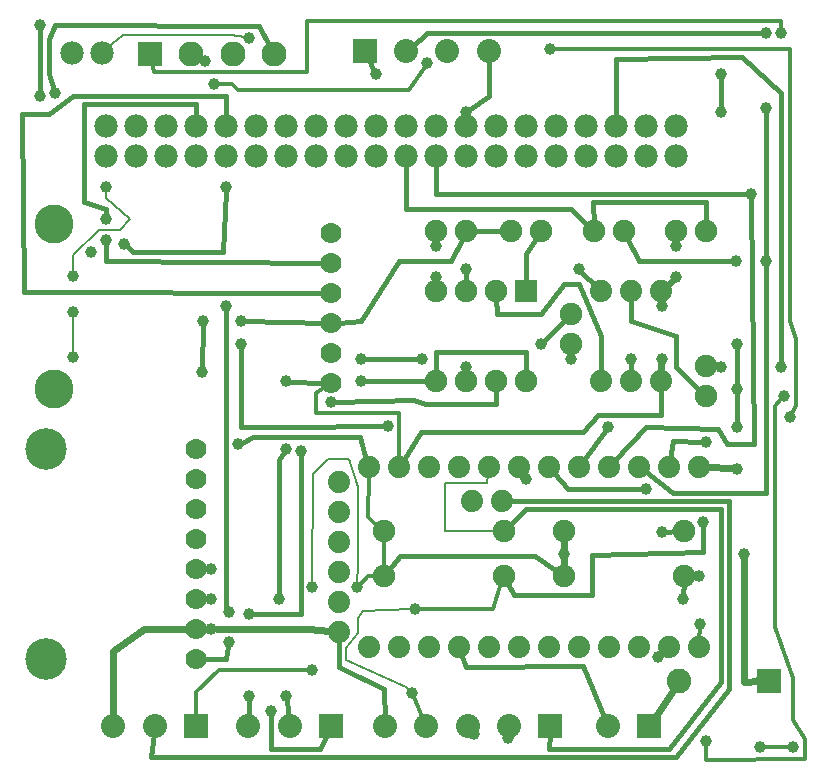
<source format=gbl>
G04 MADE WITH FRITZING*
G04 WWW.FRITZING.ORG*
G04 DOUBLE SIDED*
G04 HOLES PLATED*
G04 CONTOUR ON CENTER OF CONTOUR VECTOR*
%ASAXBY*%
%FSLAX23Y23*%
%MOIN*%
%OFA0B0*%
%SFA1.0B1.0*%
%ADD10C,0.078000*%
%ADD11C,0.039370*%
%ADD12C,0.075000*%
%ADD13C,0.083307*%
%ADD14C,0.074000*%
%ADD15C,0.070000*%
%ADD16C,0.138425*%
%ADD17C,0.082000*%
%ADD18C,0.080000*%
%ADD19C,0.129921*%
%ADD20R,0.083307X0.083307*%
%ADD21R,0.082000X0.082000*%
%ADD22R,0.080000X0.080000*%
%ADD23R,0.075000X0.075000*%
%ADD24C,0.008000*%
%ADD25C,0.016000*%
%ADD26C,0.024000*%
%ADD27C,0.012000*%
%LNCOPPER0*%
G90*
G70*
G54D10*
X306Y2543D03*
X206Y2543D03*
G54D11*
X322Y2096D03*
X210Y1529D03*
X210Y1678D03*
X211Y1798D03*
X321Y1918D03*
X321Y1988D03*
X1072Y1378D03*
X796Y2593D03*
X645Y1649D03*
X971Y1217D03*
X761Y1238D03*
X641Y1478D03*
X770Y1649D03*
X671Y822D03*
X671Y723D03*
X671Y621D03*
X1422Y1899D03*
X1422Y1797D03*
X721Y1698D03*
X921Y1448D03*
X2321Y1247D03*
X2521Y1849D03*
X1521Y2346D03*
X770Y1573D03*
X1771Y1573D03*
X1172Y1448D03*
X921Y398D03*
X2472Y2073D03*
X2446Y872D03*
X1847Y872D03*
X1721Y1122D03*
X2173Y947D03*
X1995Y1296D03*
X2298Y799D03*
X2370Y2346D03*
X2370Y2472D03*
X1221Y2472D03*
X2423Y1573D03*
X2423Y1421D03*
X2571Y1497D03*
X2370Y1497D03*
X2222Y1899D03*
X2222Y1797D03*
X2070Y1523D03*
X1870Y1523D03*
X1547Y272D03*
X2245Y723D03*
X1521Y1497D03*
X1373Y1523D03*
X1172Y1523D03*
X796Y674D03*
X796Y398D03*
X2173Y1698D03*
X2173Y1523D03*
X1008Y761D03*
X1008Y485D03*
X921Y1223D03*
X896Y723D03*
X871Y348D03*
X2121Y1088D03*
X2311Y978D03*
X2423Y1296D03*
X2423Y1157D03*
X151Y2408D03*
X721Y2096D03*
X102Y2398D03*
X102Y2637D03*
X271Y1878D03*
X380Y1907D03*
X2520Y2609D03*
X1521Y1823D03*
X1896Y1823D03*
X2422Y1848D03*
X1159Y761D03*
X732Y578D03*
X732Y678D03*
X1341Y408D03*
X1352Y688D03*
X1261Y1298D03*
X1661Y258D03*
X2302Y639D03*
X2320Y248D03*
X2581Y1398D03*
X2501Y228D03*
X2611Y228D03*
X2601Y1328D03*
X2521Y2358D03*
X2571Y2608D03*
X1801Y2557D03*
X1392Y2508D03*
X651Y2517D03*
X2161Y528D03*
X681Y2438D03*
G54D12*
X1846Y798D03*
X2246Y798D03*
X1846Y798D03*
X2246Y798D03*
X1246Y798D03*
X1646Y798D03*
X1246Y798D03*
X1646Y798D03*
G54D13*
X468Y2538D03*
X605Y2538D03*
X743Y2538D03*
X881Y2538D03*
G54D14*
X1096Y1113D03*
X1096Y1013D03*
X1096Y913D03*
X1096Y813D03*
X1096Y713D03*
X1096Y613D03*
X1196Y1163D03*
X1296Y1163D03*
X1396Y1163D03*
X1496Y1163D03*
X1596Y1163D03*
X1541Y1048D03*
X1641Y1048D03*
X1696Y1163D03*
X1796Y1163D03*
X1896Y1163D03*
X1996Y1163D03*
X2096Y1163D03*
X2196Y1163D03*
X2296Y1163D03*
X2296Y563D03*
X2196Y563D03*
X2096Y563D03*
X1996Y563D03*
X1896Y563D03*
X1796Y563D03*
X1696Y563D03*
X1596Y563D03*
X1496Y563D03*
X1396Y563D03*
X1296Y563D03*
X1196Y563D03*
G54D12*
X1846Y948D03*
X2246Y948D03*
X1846Y948D03*
X2246Y948D03*
X1246Y948D03*
X1646Y948D03*
X1246Y948D03*
X1646Y948D03*
G54D15*
X1071Y1443D03*
X1071Y1543D03*
X1071Y1643D03*
X1071Y1743D03*
X1071Y1843D03*
X1071Y1943D03*
X621Y1023D03*
G54D16*
X121Y523D03*
G54D15*
X621Y623D03*
X621Y823D03*
X621Y1223D03*
X621Y523D03*
X621Y723D03*
X621Y923D03*
X621Y1123D03*
G54D16*
X121Y1223D03*
G54D17*
X2529Y448D03*
X2231Y448D03*
G54D18*
X2131Y298D03*
X1993Y298D03*
G54D10*
X321Y2198D03*
X421Y2198D03*
X521Y2198D03*
X621Y2198D03*
X721Y2198D03*
X821Y2198D03*
X921Y2198D03*
X1021Y2198D03*
X1121Y2198D03*
X1221Y2198D03*
X1321Y2198D03*
X1421Y2198D03*
X1521Y2198D03*
X1621Y2198D03*
X1721Y2198D03*
X1821Y2198D03*
X1921Y2198D03*
X2021Y2198D03*
X2121Y2198D03*
X2221Y2198D03*
X321Y2198D03*
X421Y2198D03*
X521Y2198D03*
X621Y2198D03*
X721Y2198D03*
X821Y2198D03*
X921Y2198D03*
X1021Y2198D03*
X1121Y2198D03*
X1221Y2198D03*
X1321Y2198D03*
X1421Y2198D03*
X1521Y2198D03*
X1621Y2198D03*
X1721Y2198D03*
X1821Y2198D03*
X1921Y2198D03*
X2021Y2198D03*
X2121Y2198D03*
X2221Y2198D03*
X2221Y2298D03*
X2121Y2298D03*
X2021Y2298D03*
X1921Y2298D03*
X1821Y2298D03*
X1721Y2298D03*
X1621Y2298D03*
X1521Y2298D03*
X1421Y2298D03*
X1321Y2298D03*
X1221Y2298D03*
X1121Y2298D03*
X1021Y2298D03*
X921Y2298D03*
X821Y2298D03*
X721Y2298D03*
X621Y2298D03*
X521Y2298D03*
X421Y2298D03*
X321Y2298D03*
G54D12*
X1871Y1673D03*
X1871Y1573D03*
X2321Y1498D03*
X2321Y1398D03*
G54D14*
X1971Y1448D03*
X2071Y1448D03*
X2171Y1448D03*
X1971Y1748D03*
X2071Y1748D03*
X2171Y1748D03*
G54D19*
X146Y1973D03*
X146Y1423D03*
G54D12*
X2046Y1948D03*
X1946Y1948D03*
X2321Y1948D03*
X2221Y1948D03*
X1721Y1748D03*
X1721Y1448D03*
X1621Y1748D03*
X1621Y1448D03*
X1521Y1748D03*
X1521Y1448D03*
X1421Y1748D03*
X1421Y1448D03*
X1671Y1948D03*
X1771Y1948D03*
X1421Y1948D03*
X1521Y1948D03*
G54D18*
X1802Y298D03*
X1664Y298D03*
X1527Y298D03*
X1389Y298D03*
X1251Y298D03*
X1071Y298D03*
X933Y298D03*
X795Y298D03*
X1183Y2548D03*
X1321Y2548D03*
X1458Y2548D03*
X1596Y2548D03*
X621Y298D03*
X483Y298D03*
X345Y298D03*
G54D20*
X468Y2538D03*
G54D21*
X2530Y448D03*
G54D22*
X2131Y298D03*
G54D23*
X1721Y1748D03*
G54D22*
X1802Y298D03*
X1071Y298D03*
X1183Y2548D03*
X621Y298D03*
G54D24*
X210Y1542D02*
X210Y1664D01*
D02*
X296Y1953D02*
X366Y1953D01*
D02*
X366Y1953D02*
X401Y1988D01*
D02*
X401Y1988D02*
X321Y2058D01*
D02*
X321Y2058D02*
X322Y2083D01*
D02*
X210Y1868D02*
X296Y1953D01*
D02*
X211Y1811D02*
X210Y1868D01*
D02*
X736Y2603D02*
X783Y2595D01*
D02*
X376Y2603D02*
X736Y2603D01*
D02*
X325Y2559D02*
X376Y2603D01*
G54D25*
D02*
X811Y1263D02*
X1166Y1263D01*
D02*
X773Y1244D02*
X811Y1263D01*
D02*
X1166Y1263D02*
X1189Y1187D01*
D02*
X645Y1635D02*
X642Y1491D01*
D02*
X725Y690D02*
X721Y697D01*
D02*
X721Y697D02*
X721Y1684D01*
D02*
X721Y523D02*
X729Y565D01*
D02*
X646Y523D02*
X721Y523D01*
D02*
X783Y1648D02*
X1046Y1643D01*
D02*
X658Y822D02*
X646Y823D01*
D02*
X646Y723D02*
X658Y723D01*
G54D26*
D02*
X447Y621D02*
X590Y623D01*
D02*
X345Y549D02*
X447Y621D01*
D02*
X345Y329D02*
X345Y549D01*
D02*
X997Y621D02*
X1065Y616D01*
D02*
X690Y621D02*
X997Y621D01*
D02*
X652Y622D02*
X652Y622D01*
G54D25*
D02*
X1096Y496D02*
X1096Y587D01*
D02*
X1247Y424D02*
X1096Y496D01*
D02*
X1250Y323D02*
X1247Y424D01*
D02*
X1721Y1546D02*
X1721Y1471D01*
D02*
X1422Y1546D02*
X1721Y1546D01*
D02*
X1421Y1471D02*
X1422Y1546D01*
D02*
X1905Y1814D02*
X1956Y1763D01*
D02*
X1521Y1771D02*
X1521Y1810D01*
D02*
X1172Y1649D02*
X1097Y1644D01*
D02*
X1297Y1849D02*
X1172Y1649D01*
D02*
X1471Y1849D02*
X1297Y1849D01*
D02*
X1511Y1927D02*
X1471Y1849D01*
D02*
X1422Y1922D02*
X1422Y1925D01*
D02*
X1422Y1912D02*
X1422Y1922D01*
D02*
X1421Y1771D02*
X1422Y1783D01*
D02*
X721Y2399D02*
X721Y2322D01*
D02*
X41Y2338D02*
X131Y2338D01*
D02*
X131Y2338D02*
X211Y2398D01*
D02*
X46Y1747D02*
X41Y2338D01*
D02*
X211Y2398D02*
X721Y2399D01*
D02*
X1046Y1743D02*
X46Y1747D01*
D02*
X322Y1849D02*
X1046Y1843D01*
D02*
X322Y1905D02*
X322Y1849D01*
D02*
X322Y2024D02*
X322Y2001D01*
D02*
X247Y2047D02*
X322Y2024D01*
D02*
X247Y2373D02*
X247Y2047D01*
D02*
X622Y2373D02*
X247Y2373D01*
D02*
X621Y2322D02*
X622Y2373D01*
D02*
X935Y1447D02*
X1046Y1444D01*
D02*
X2211Y1248D02*
X2307Y1247D01*
D02*
X2201Y1188D02*
X2211Y1248D01*
G54D26*
D02*
X2327Y1162D02*
X2404Y1158D01*
G54D27*
D02*
X1021Y1410D02*
X1050Y1429D01*
D02*
X1021Y1343D02*
X1021Y1410D01*
D02*
X1296Y1343D02*
X1021Y1343D01*
D02*
X1296Y1188D02*
X1296Y1343D01*
G54D25*
D02*
X2362Y1289D02*
X2391Y1239D01*
D02*
X2391Y1239D02*
X2480Y1239D01*
D02*
X1422Y2073D02*
X1421Y2173D01*
D02*
X2459Y2073D02*
X1422Y2073D01*
D02*
X2480Y1239D02*
X2472Y2060D01*
D02*
X2120Y1296D02*
X2362Y1289D01*
D02*
X2013Y1182D02*
X2120Y1296D01*
D02*
X2408Y1848D02*
X2097Y1849D01*
D02*
X2097Y1849D02*
X2057Y1927D01*
D02*
X2522Y1077D02*
X2521Y1836D01*
D02*
X2211Y1077D02*
X2522Y1077D01*
D02*
X2117Y1148D02*
X2211Y1077D01*
D02*
X1623Y1948D02*
X1544Y1948D01*
D02*
X1648Y1948D02*
X1623Y1948D01*
D02*
X1945Y2047D02*
X1946Y1971D01*
D02*
X2321Y2047D02*
X1945Y2047D01*
D02*
X2321Y1971D02*
X2321Y2047D01*
D02*
X1392Y2609D02*
X1340Y2564D01*
D02*
X2506Y2609D02*
X1392Y2609D01*
D02*
X2521Y1863D02*
X2521Y2345D01*
D02*
X1521Y2333D02*
X1521Y2322D01*
D02*
X1596Y2399D02*
X1532Y2354D01*
D02*
X1596Y2522D02*
X1596Y2399D01*
D02*
X921Y1296D02*
X770Y1296D01*
D02*
X770Y1296D02*
X770Y1559D01*
D02*
X1855Y1657D02*
X1780Y1582D01*
D02*
X1721Y1872D02*
X1721Y1771D01*
D02*
X1758Y1929D02*
X1721Y1872D01*
D02*
X1185Y1448D02*
X1398Y1448D01*
D02*
X930Y323D02*
X923Y384D01*
D02*
X1247Y1298D02*
X921Y1296D01*
D02*
X470Y197D02*
X480Y273D01*
D02*
X2222Y197D02*
X470Y197D01*
D02*
X2396Y424D02*
X2222Y197D01*
D02*
X2396Y1049D02*
X2396Y424D01*
D02*
X1721Y1049D02*
X2396Y1049D01*
D02*
X1667Y1048D02*
X1721Y1049D01*
D02*
X1721Y1023D02*
X1662Y964D01*
D02*
X1797Y223D02*
X2196Y223D01*
D02*
X2196Y223D02*
X2370Y447D01*
D02*
X2370Y447D02*
X2370Y1023D01*
D02*
X2370Y1023D02*
X1721Y1023D01*
D02*
X1801Y272D02*
X1797Y223D01*
D02*
X1521Y496D02*
X1505Y539D01*
D02*
X1911Y498D02*
X1521Y496D01*
D02*
X1984Y322D02*
X1911Y498D01*
G54D26*
D02*
X2148Y324D02*
X2213Y421D01*
D02*
X1846Y853D02*
X1846Y826D01*
D02*
X2446Y447D02*
X2446Y853D01*
D02*
X2497Y448D02*
X2446Y447D01*
D02*
X1847Y898D02*
X1847Y891D01*
D02*
X1846Y919D02*
X1847Y898D01*
G54D25*
D02*
X1714Y1133D02*
X1710Y1141D01*
D02*
X2223Y948D02*
X2186Y947D01*
D02*
X1987Y1285D02*
X1911Y1183D01*
D02*
X2269Y798D02*
X2284Y799D01*
D02*
X2370Y2458D02*
X2370Y2360D01*
D02*
X1194Y2525D02*
X1215Y2484D01*
D02*
X1320Y2024D02*
X1321Y2173D01*
D02*
X1870Y2024D02*
X1320Y2024D01*
D02*
X1930Y1964D02*
X1870Y2024D01*
D02*
X2021Y2373D02*
X2021Y2322D01*
D02*
X2441Y2528D02*
X2021Y2524D01*
D02*
X2571Y2408D02*
X2441Y2528D01*
D02*
X2571Y1511D02*
X2571Y2408D01*
D02*
X2021Y2524D02*
X2021Y2373D01*
D02*
X2344Y1497D02*
X2357Y1497D01*
D02*
X2423Y1435D02*
X2423Y1559D01*
G54D26*
D02*
X2208Y1784D02*
X2191Y1767D01*
D02*
X2222Y1919D02*
X2222Y1918D01*
G54D25*
D02*
X1972Y1599D02*
X1971Y1469D01*
D02*
X1896Y1774D02*
X1972Y1599D01*
D02*
X1847Y1774D02*
X1896Y1774D01*
D02*
X1771Y1672D02*
X1847Y1774D01*
D02*
X1623Y1672D02*
X1771Y1672D01*
D02*
X1622Y1725D02*
X1623Y1672D01*
D02*
X2071Y1510D02*
X2071Y1469D01*
D02*
X1870Y1550D02*
X1870Y1537D01*
D02*
X2222Y1599D02*
X2222Y1497D01*
D02*
X2222Y1497D02*
X2305Y1414D01*
D02*
X2070Y1649D02*
X2222Y1599D01*
D02*
X2071Y1726D02*
X2070Y1649D01*
D02*
X2245Y737D02*
X2246Y775D01*
D02*
X1543Y278D02*
X1539Y283D01*
D02*
X1521Y1484D02*
X1521Y1471D01*
D02*
X810Y674D02*
X971Y674D01*
D02*
X971Y674D02*
X971Y1204D01*
D02*
X1185Y1523D02*
X1359Y1523D01*
D02*
X796Y323D02*
X796Y384D01*
G54D24*
D02*
X1451Y1108D02*
X1591Y1108D01*
D02*
X1591Y1108D02*
X1594Y1137D01*
D02*
X1451Y948D02*
X1451Y1108D01*
D02*
X1623Y948D02*
X1451Y948D01*
G54D26*
D02*
X2172Y1717D02*
X2172Y1721D01*
D02*
X2172Y1475D02*
X2172Y1504D01*
G54D27*
D02*
X1195Y997D02*
X1229Y964D01*
D02*
X1196Y1137D02*
X1195Y997D01*
D02*
X1247Y872D02*
X1247Y821D01*
D02*
X1246Y925D02*
X1247Y872D01*
D02*
X1195Y799D02*
X1223Y798D01*
G54D24*
D02*
X1161Y838D02*
X1159Y774D01*
D02*
X1161Y1097D02*
X1161Y838D01*
D02*
X1131Y1188D02*
X1161Y1097D01*
D02*
X1061Y1188D02*
X1131Y1188D01*
D02*
X1011Y1138D02*
X1061Y1188D01*
G54D27*
D02*
X697Y485D02*
X834Y485D01*
D02*
X834Y485D02*
X995Y485D01*
D02*
X621Y411D02*
X697Y485D01*
D02*
X1168Y770D02*
X1195Y799D01*
G54D24*
D02*
X1008Y774D02*
X1011Y1138D01*
G54D27*
D02*
X621Y323D02*
X621Y411D01*
G54D25*
D02*
X1622Y1373D02*
X1621Y1425D01*
D02*
X1033Y223D02*
X871Y223D01*
D02*
X871Y223D02*
X871Y335D01*
D02*
X896Y1185D02*
X914Y1212D01*
D02*
X896Y737D02*
X896Y1185D01*
D02*
X1346Y1385D02*
X1384Y1373D01*
D02*
X1384Y1373D02*
X1622Y1373D01*
D02*
X1085Y1378D02*
X1346Y1385D01*
D02*
X1060Y275D02*
X1033Y223D01*
D02*
X1301Y867D02*
X1260Y816D01*
D02*
X1751Y867D02*
X1301Y867D01*
D02*
X1827Y811D02*
X1751Y867D01*
G54D27*
D02*
X1662Y272D02*
X1662Y272D01*
G54D25*
D02*
X2170Y1337D02*
X2171Y1426D01*
D02*
X1961Y1337D02*
X2170Y1337D01*
D02*
X1910Y1279D02*
X1961Y1337D01*
D02*
X1370Y1279D02*
X1910Y1279D01*
D02*
X1310Y1184D02*
X1370Y1279D01*
D02*
X1860Y1088D02*
X1813Y1144D01*
D02*
X1680Y737D02*
X1941Y737D01*
D02*
X1941Y737D02*
X1941Y868D01*
D02*
X1941Y868D02*
X2311Y879D01*
D02*
X2311Y879D02*
X2311Y965D01*
D02*
X2107Y1088D02*
X1860Y1088D01*
D02*
X1657Y778D02*
X1680Y737D01*
G54D27*
D02*
X1610Y688D02*
X1639Y776D01*
D02*
X1365Y688D02*
X1610Y688D01*
G54D24*
D02*
X1161Y658D02*
X1177Y683D01*
D02*
X1322Y428D02*
X1122Y518D01*
D02*
X1122Y518D02*
X1122Y558D01*
D02*
X1177Y683D02*
X1338Y688D01*
D02*
X1122Y558D02*
X1161Y608D01*
D02*
X1161Y608D02*
X1161Y658D01*
D02*
X1332Y418D02*
X1322Y428D01*
G54D27*
D02*
X1379Y321D02*
X1346Y396D01*
G54D25*
D02*
X2423Y1310D02*
X2423Y1408D01*
D02*
X831Y2633D02*
X151Y2637D01*
D02*
X131Y2472D02*
X147Y2420D01*
D02*
X131Y2588D02*
X131Y2472D01*
D02*
X151Y2637D02*
X131Y2588D01*
D02*
X869Y2562D02*
X831Y2633D01*
D02*
X102Y2411D02*
X102Y2624D01*
D02*
X720Y2083D02*
X712Y1878D01*
D02*
X412Y1878D02*
X390Y1898D01*
D02*
X712Y1878D02*
X412Y1878D01*
G54D27*
D02*
X2301Y625D02*
X2298Y588D01*
D02*
X2651Y257D02*
X2651Y188D01*
D02*
X2611Y318D02*
X2651Y257D01*
D02*
X2572Y1388D02*
X2551Y1367D01*
D02*
X2551Y1367D02*
X2551Y629D01*
D02*
X2551Y629D02*
X2611Y458D01*
D02*
X2570Y2649D02*
X2571Y2622D01*
D02*
X1911Y2648D02*
X2570Y2649D01*
D02*
X990Y2648D02*
X1911Y2648D01*
D02*
X990Y2478D02*
X990Y2648D01*
D02*
X481Y2478D02*
X990Y2478D01*
D02*
X2611Y458D02*
X2611Y318D01*
D02*
X2651Y188D02*
X2320Y187D01*
D02*
X2320Y187D02*
X2320Y234D01*
D02*
X474Y2511D02*
X481Y2478D01*
D02*
X2171Y538D02*
X2178Y545D01*
D02*
X2597Y228D02*
X2515Y228D01*
D02*
X2621Y1368D02*
X2607Y1340D01*
D02*
X2621Y1588D02*
X2621Y1368D01*
D02*
X695Y2438D02*
X741Y2438D01*
D02*
X741Y2438D02*
X761Y2418D01*
D02*
X761Y2418D02*
X1331Y2418D01*
D02*
X1331Y2418D02*
X1384Y2496D01*
D02*
X1814Y2557D02*
X2582Y2557D01*
D02*
X2582Y2557D02*
X2601Y2557D01*
D02*
X2601Y2557D02*
X2601Y1648D01*
D02*
X2601Y1648D02*
X2621Y1588D01*
G04 End of Copper0*
M02*
</source>
